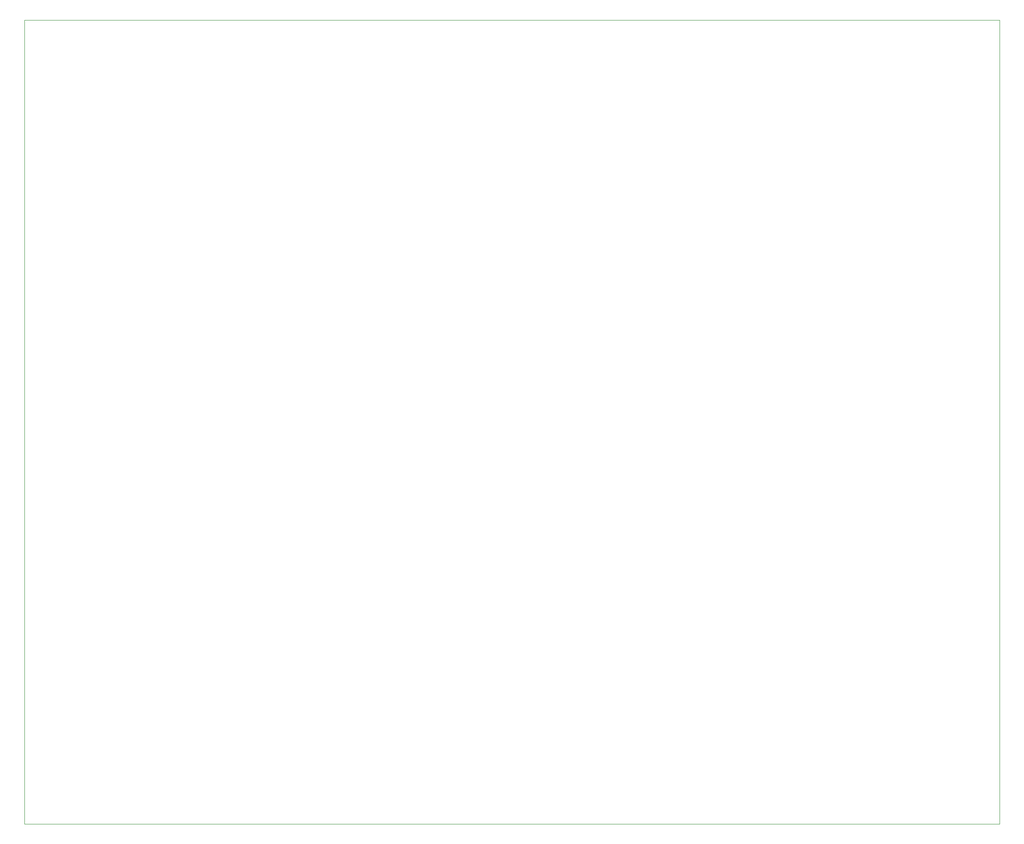
<source format=gbr>
%TF.GenerationSoftware,KiCad,Pcbnew,9.0.3*%
%TF.CreationDate,2025-09-10T19:37:44+02:00*%
%TF.ProjectId,expressionAndButtonsPCB,65787072-6573-4736-996f-6e416e644275,1.0.0*%
%TF.SameCoordinates,Original*%
%TF.FileFunction,Profile,NP*%
%FSLAX46Y46*%
G04 Gerber Fmt 4.6, Leading zero omitted, Abs format (unit mm)*
G04 Created by KiCad (PCBNEW 9.0.3) date 2025-09-10 19:37:44*
%MOMM*%
%LPD*%
G01*
G04 APERTURE LIST*
%TA.AperFunction,Profile*%
%ADD10C,0.050000*%
%TD*%
G04 APERTURE END LIST*
D10*
X32258000Y-24892000D02*
X221475000Y-24892000D01*
X221475000Y-180950000D01*
X32258000Y-180950000D01*
X32258000Y-24892000D01*
M02*

</source>
